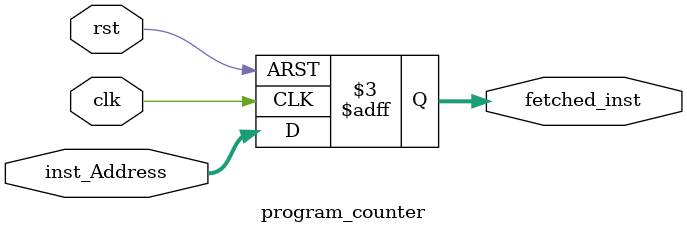
<source format=v>
module program_counter(input clk, 
input [31:0] inst_Address,
input rst,
output reg [31:0] fetched_inst);
always @(posedge clk or negedge rst)
begin
if(!rst)
	fetched_inst<='b0;
else
	fetched_inst<=inst_Address;
end
endmodule 

</source>
